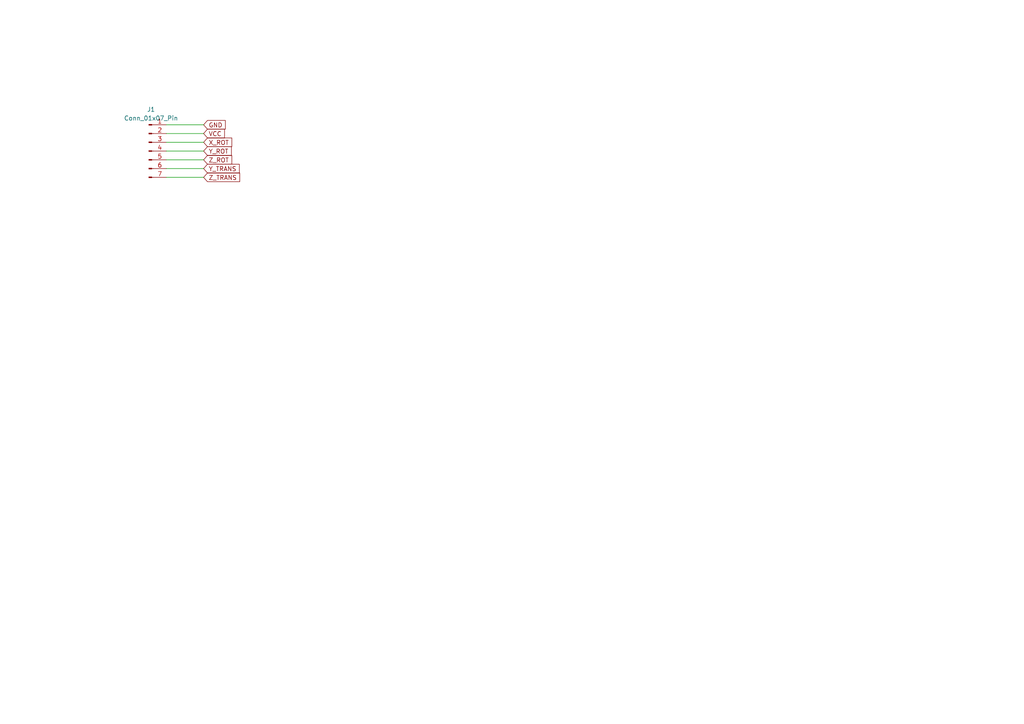
<source format=kicad_sch>
(kicad_sch (version 20230121) (generator eeschema)
  (paper "A4")
  (lib_symbols
    (symbol "Connector:Conn_01x07_Pin" (pin_names (offset 1.016) hide)
      (property "Reference" "J" (at 0 10.16 0))
      (property "Value" "Conn_01x07_Pin" (at 0 -10.16 0))
      (symbol "Conn_01x07_Pin_1_1"
        (polyline (pts (xy 1.27 -7.62) (xy 0.8636 -7.62)) (stroke (width 0.1524)))
        (polyline (pts (xy 1.27 -5.08) (xy 0.8636 -5.08)) (stroke (width 0.1524)))
        (polyline (pts (xy 1.27 -2.54) (xy 0.8636 -2.54)) (stroke (width 0.1524)))
        (polyline (pts (xy 1.27 0) (xy 0.8636 0)) (stroke (width 0.1524)))
        (polyline (pts (xy 1.27 2.54) (xy 0.8636 2.54)) (stroke (width 0.1524)))
        (polyline (pts (xy 1.27 5.08) (xy 0.8636 5.08)) (stroke (width 0.1524)))
        (polyline (pts (xy 1.27 7.62) (xy 0.8636 7.62)) (stroke (width 0.1524)))
        (rectangle (start 0.8636 -7.493) (end 0 -7.747) (stroke (width 0.1524)) (fill (type outline)))
        (rectangle (start 0.8636 -4.953) (end 0 -5.207) (stroke (width 0.1524)) (fill (type outline)))
        (rectangle (start 0.8636 -2.413) (end 0 -2.667) (stroke (width 0.1524)) (fill (type outline)))
        (rectangle (start 0.8636 0.127) (end 0 -0.127) (stroke (width 0.1524)) (fill (type outline)))
        (rectangle (start 0.8636 2.667) (end 0 2.413) (stroke (width 0.1524)) (fill (type outline)))
        (rectangle (start 0.8636 5.207) (end 0 4.953) (stroke (width 0.1524)) (fill (type outline)))
        (rectangle (start 0.8636 7.747) (end 0 7.493) (stroke (width 0.1524)) (fill (type outline)))
        (pin passive line (at 5.08 7.62 180) (length 3.81) (name "Pin_1") (number "1"))
        (pin passive line (at 5.08 5.08 180) (length 3.81) (name "Pin_2") (number "2"))
        (pin passive line (at 5.08 2.54 180) (length 3.81) (name "Pin_3") (number "3"))
        (pin passive line (at 5.08 0 180) (length 3.81) (name "Pin_4") (number "4"))
        (pin passive line (at 5.08 -2.54 180) (length 3.81) (name "Pin_5") (number "5"))
        (pin passive line (at 5.08 -5.08 180) (length 3.81) (name "Pin_6") (number "6"))
        (pin passive line (at 5.08 -7.62 180) (length 3.81) (name "Pin_7") (number "7"))
      )
    )
  )
  (wire (pts (xy 48.26 51.435) (xy 59.055 51.435)))
  (wire (pts (xy 48.26 43.815) (xy 59.055 43.815)))
  (wire (pts (xy 48.26 38.735) (xy 59.055 38.735)))
  (wire (pts (xy 48.26 46.355) (xy 59.055 46.355)))
  (wire (pts (xy 48.26 48.895) (xy 59.055 48.895)))
  (wire (pts (xy 48.26 41.275) (xy 59.055 41.275)))
  (wire (pts (xy 48.26 36.195) (xy 59.055 36.195)))
  (global_label "Z_ROT" (shape input) (at 59.055 46.355 0) (property "Intersheetrefs" "${INTERSHEET_REFS}" (effects hide)))
  (global_label "X_ROT" (shape input) (at 59.055 41.275 0) (property "Intersheetrefs" "${INTERSHEET_REFS}" (effects hide)))
  (global_label "Y_ROT" (shape input) (at 59.055 43.815 0) (property "Intersheetrefs" "${INTERSHEET_REFS}" (effects hide)))
  (global_label "Y_TRANS" (shape input) (at 59.055 48.895 0) (property "Intersheetrefs" "${INTERSHEET_REFS}" (effects hide)))
  (global_label "GND" (shape input) (at 59.055 36.195 0) (property "Intersheetrefs" "${INTERSHEET_REFS}" (effects hide)))
  (global_label "Z_TRANS" (shape input) (at 59.055 51.435 0) (property "Intersheetrefs" "${INTERSHEET_REFS}" (effects hide)))
  (global_label "VCC" (shape input) (at 59.055 38.735 0) (property "Intersheetrefs" "${INTERSHEET_REFS}" (effects hide)))
  (symbol (lib_id "Connector:Conn_01x07_Pin") (at 43.18 43.815 0) (unit 1)
    (property "Reference" "J1" (at 43.815 31.75 0))
    (property "Value" "Conn_01x07_Pin" (at 43.815 34.29 0))
    (property "Footprint" "Connector_PinHeader_1.00mm:PinHeader_1x07_P1.00mm_Vertical_SMD_Pin1Right" (effects hide))
  )
)
</source>
